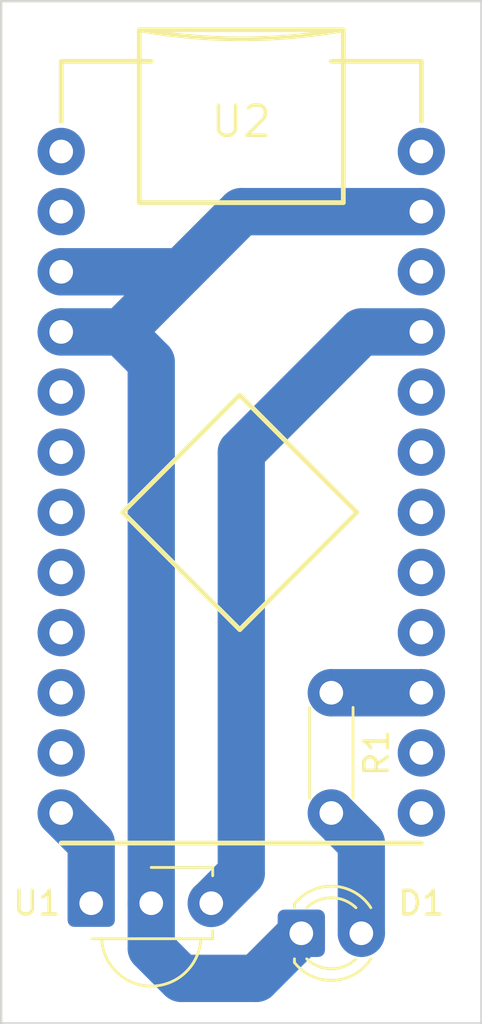
<source format=kicad_pcb>
(kicad_pcb (version 20241229) (generator "pcbnew") (generator_version "9.0")
  (layers (0 "F.Cu" signal) (2 "B.Cu" signal) (13 "F.Paste" user) (15 "B.Paste" user) (5 "F.SilkS" user "F.Silkscreen") (7 "B.SilkS" user "B.Silkscreen") (1 "F.Mask" user) (3 "B.Mask" user) (25 "Edge.Cuts" user))
  (net 0 "")
  (net 1 "GND")
  (net 2 "Net-(D1-A)")
  (net 3 "Net-(U1-OUT)")
  (net 4 "+5V")
  (net 11 "Net-(U2-D14)")
  (footprint "Custom:Arduino_Pro_Micro" (layer "F.Cu") (at 149.86 93.98)
    (property "Reference" "U2" (at 0 -13.97 180) (layer "F.SilkS") (effects (font (size 1.27 1.27))))
    (property "Value" "Arduino_Pro_Micro")
    (fp_line (start -7.62 -16.51) (end -7.62 -13.97) (stroke (width 0.2032)) (layer "F.SilkS"))
    (fp_line (start -5.0165 2.54) (end -0.0635 7.493) (stroke (width 0.2032)) (layer "F.SilkS"))
    (fp_line (start -4.318 -17.8435) (end 4.318 -17.8435) (stroke (width 0.2032)) (layer "F.SilkS"))
    (fp_line (start -4.318 -10.541) (end -4.318 -17.8435) (stroke (width 0.2032)) (layer "F.SilkS"))
    (fp_line (start -3.81 -16.51) (end -7.62 -16.51) (stroke (width 0.2032)) (layer "F.SilkS"))
    (fp_line (start -0.0635 -2.413) (end -5.0165 2.54) (stroke (width 0.2032)) (layer "F.SilkS"))
    (fp_line (start -0.0635 7.493) (end 4.8895 2.54) (stroke (width 0.2032)) (layer "F.SilkS"))
    (fp_line (start 3.81 -16.51) (end 7.62 -16.51) (stroke (width 0.2032)) (layer "F.SilkS"))
    (fp_line (start 4.318 -17.8435) (end 4.318 -10.541) (stroke (width 0.2032)) (layer "F.SilkS"))
    (fp_line (start 4.318 -10.541) (end -4.318 -10.541) (stroke (width 0.2032)) (layer "F.SilkS"))
    (fp_line (start 4.8895 2.54) (end -0.0635 -2.413) (stroke (width 0.2032)) (layer "F.SilkS"))
    (fp_line (start 7.62 -16.51) (end 7.62 -13.97) (stroke (width 0.2032)) (layer "F.SilkS"))
    (fp_line (start 7.62 16.51) (end -7.62 16.51) (stroke (width 0.2032)) (layer "F.SilkS"))
    (fp_arc (start 4.318 -17.8435) (mid 0 -17.460445) (end -4.318 -17.8435) (stroke (width 0.2032)) (layer "F.SilkS"))
    (pad "1" thru_hole circle (at -7.62 -12.7) (size 2 2) (drill 1) (layers "*.Cu" "*.Mask"))
    (pad "2" thru_hole circle (at -7.62 -10.16) (size 2 2) (drill 1) (layers "*.Cu" "*.Mask"))
    (pad "3" thru_hole circle (at -7.62 -7.62) (size 2 2) (drill 1) (layers "*.Cu" "*.Mask") (net 1 "GND"))
    (pad "4" thru_hole circle (at -7.62 -5.08) (size 2 2) (drill 1) (layers "*.Cu" "*.Mask") (net 1 "GND"))
    (pad "5" thru_hole circle (at -7.62 -2.54) (size 2 2) (drill 1) (layers "*.Cu" "*.Mask"))
    (pad "6" thru_hole circle (at -7.62 0) (size 2 2) (drill 1) (layers "*.Cu" "*.Mask"))
    (pad "7" thru_hole circle (at -7.62 2.54) (size 2 2) (drill 1) (layers "*.Cu" "*.Mask"))
    (pad "8" thru_hole circle (at -7.62 5.08) (size 2 2) (drill 1) (layers "*.Cu" "*.Mask"))
    (pad "9" thru_hole circle (at -7.62 7.62) (size 2 2) (drill 1) (layers "*.Cu" "*.Mask"))
    (pad "10" thru_hole circle (at -7.62 10.16) (size 2 2) (drill 1) (layers "*.Cu" "*.Mask"))
    (pad "11" thru_hole circle (at -7.62 12.7) (size 2 2) (drill 1) (layers "*.Cu" "*.Mask"))
    (pad "12" thru_hole circle (at -7.62 15.24) (size 2 2) (drill 1) (layers "*.Cu" "*.Mask") (net 3 "Net-(U1-OUT)"))
    (pad "13" thru_hole circle (at 7.62 15.24) (size 2 2) (drill 1) (layers "*.Cu" "*.Mask"))
    (pad "14" thru_hole circle (at 7.62 12.7) (size 2 2) (drill 1) (layers "*.Cu" "*.Mask"))
    (pad "15" thru_hole circle (at 7.62 10.16) (size 2 2) (drill 1) (layers "*.Cu" "*.Mask") (net 11 "Net-(U2-D14)"))
    (pad "16" thru_hole circle (at 7.62 7.62) (size 2 2) (drill 1) (layers "*.Cu" "*.Mask"))
    (pad "17" thru_hole circle (at 7.62 5.08) (size 2 2) (drill 1) (layers "*.Cu" "*.Mask"))
    (pad "18" thru_hole circle (at 7.62 2.54) (size 2 2) (drill 1) (layers "*.Cu" "*.Mask"))
    (pad "19" thru_hole circle (at 7.62 0) (size 2 2) (drill 1) (layers "*.Cu" "*.Mask"))
    (pad "20" thru_hole circle (at 7.62 -2.54) (size 2 2) (drill 1) (layers "*.Cu" "*.Mask"))
    (pad "21" thru_hole circle (at 7.62 -5.08) (size 2 2) (drill 1) (layers "*.Cu" "*.Mask") (net 4 "+5V"))
    (pad "22" thru_hole circle (at 7.62 -7.62) (size 2 2) (drill 1) (layers "*.Cu" "*.Mask"))
    (pad "23" thru_hole circle (at 7.62 -10.16) (size 2 2) (drill 1) (layers "*.Cu" "*.Mask") (net 1 "GND"))
    (pad "24" thru_hole circle (at 7.62 -12.7) (size 2 2) (drill 1) (layers "*.Cu" "*.Mask"))
  )
  (footprint "OptoDevice:Vishay_MINICAST-3Pin" (layer "F.Cu") (at 143.51 113.03)
    (property "Reference" "U1" (at -2.3 0 180) (layer "F.SilkS"))
    (property "Value" "VS1838B")
    (fp_line (start 5.14 -1.51) (end 2.54 -1.51) (stroke (width 0.12)) (layer "F.SilkS"))
    (fp_line (start 5.14 -1.16) (end 5.14 -1.51) (stroke (width 0.12)) (layer "F.SilkS"))
    (fp_line (start 5.14 1.16) (end 5.14 1.5) (stroke (width 0.12)) (layer "F.SilkS"))
    (fp_line (start 5.14 1.5) (end 0.05 1.5) (stroke (width 0.12)) (layer "F.SilkS"))
    (fp_arc (start 4.64 1.5) (mid 2.540869 3.502379) (end 0.440083 1.501736) (stroke (width 0.12)) (layer "F.SilkS"))
    (pad "1" thru_hole roundrect (at 0 0) (size 2 2) (drill 1) (layers "*.Cu" "*.Mask") (roundrect_rratio 0.139) (net 3 "Net-(U1-OUT)"))
    (pad "2" thru_hole circle (at 2.54 0) (size 2 2) (drill 1) (layers "*.Cu" "*.Mask") (net 1 "GND"))
    (pad "3" thru_hole circle (at 5.08 0) (size 2 2) (drill 1) (layers "*.Cu" "*.Mask") (net 4 "+5V"))
  )
  (footprint "LED_THT:LED_D3.0mm" (layer "F.Cu") (at 152.4 114.3)
    (property "Reference" "D1" (at 5.08 -1.27 180) (layer "F.SilkS"))
    (property "Value" "LED" (hide yes))
    (fp_line (start -0.29 -1.236) (end -0.29 -1.08) (stroke (width 0.12)) (layer "F.SilkS"))
    (fp_line (start -0.29 1.08) (end -0.29 1.236) (stroke (width 0.12)) (layer "F.SilkS"))
    (fp_arc (start -0.29 -1.235516) (mid 1.36566 -1.987699) (end 2.941437 -1.08) (stroke (width 0.12)) (layer "F.SilkS"))
    (fp_arc (start 0.229039 -1.08) (mid 1.27 -1.5) (end 2.310961 -1.08) (stroke (width 0.12)) (layer "F.SilkS"))
    (fp_arc (start 2.310961 1.08) (mid 1.27 1.5) (end 0.229039 1.08) (stroke (width 0.12)) (layer "F.SilkS"))
    (fp_arc (start 2.941437 1.08) (mid 1.36566 1.987699) (end -0.29 1.235516) (stroke (width 0.12)) (layer "F.SilkS"))
    (pad "1" thru_hole roundrect (at 0 0) (size 2 2) (drill 1) (layers "*.Cu" "*.Mask") (roundrect_rratio 0.1388888889) (net 1 "GND"))
    (pad "2" thru_hole circle (at 2.54 0) (size 2 2) (drill 1) (layers "*.Cu" "*.Mask") (net 2 "Net-(D1-A)"))
  )
  (footprint "Resistor_THT:R_Axial_DIN0204_L3.6mm_D1.6mm_P5.08mm_Horizontal" (layer "F.Cu") (at 153.67 104.14 -90)
    (property "Reference" "R1" (at 2.54 -1.92 270) (layer "F.SilkS"))
    (property "Value" "10K")
    (fp_line (start 0.62 0.92) (end 4.46 0.92) (stroke (width 0.12)) (layer "F.SilkS"))
    (fp_line (start 0.62 -0.92) (end 4.46 -0.92) (stroke (width 0.12)) (layer "F.SilkS"))
    (pad "1" thru_hole circle (at 0 0 270) (size 2 2) (drill 1) (layers "*.Cu" "*.Mask") (net 11 "Net-(U2-D14)"))
    (pad "2" thru_hole circle (at 5.08 0 270) (size 2 2) (drill 1) (layers "*.Cu" "*.Mask") (net 2 "Net-(D1-A)"))
  )
  (gr_line (start 139.7 118.11) (end 160.02 118.11) (stroke (width 0.1)) (layer "Edge.Cuts"))
  (gr_line (start 139.7 74.93) (end 139.7 118.11) (stroke (width 0.1)) (layer "Edge.Cuts"))
  (gr_line (start 160.02 118.11) (end 160.02 74.93) (stroke (width 0.1)) (layer "Edge.Cuts"))
  (gr_line (start 160.02 74.93) (end 139.7 74.93) (stroke (width 0.1)) (layer "Edge.Cuts"))
  (segment (start 147.32 116.205) (end 150.495 116.205) (width 2) (layer "B.Cu") (net 1))
  (segment (start 150.495 116.205) (end 152.4 114.3) (width 2) (layer "B.Cu") (net 1))
  (segment (start 147.32 86.36) (end 144.78 88.9) (width 2) (layer "B.Cu") (net 1))
  (segment (start 157.48 83.82) (end 149.86 83.82) (width 2) (layer "B.Cu") (net 1))
  (segment (start 149.86 83.82) (end 147.32 86.36) (width 2) (layer "B.Cu") (net 1))
  (segment (start 142.24 86.36) (end 147.32 86.36) (width 2) (layer "B.Cu") (net 1))
  (segment (start 146.05 113.03) (end 146.05 90.17) (width 2) (layer "B.Cu") (net 1))
  (segment (start 146.05 113.03) (end 146.05 114.935) (width 2) (layer "B.Cu") (net 1))
  (segment (start 146.05 90.17) (end 144.78 88.9) (width 2) (layer "B.Cu") (net 1))
  (segment (start 144.78 88.9) (end 142.24 88.9) (width 2) (layer "B.Cu") (net 1))
  (segment (start 146.05 114.935) (end 147.32 116.205) (width 2) (layer "B.Cu") (net 1))
  (segment (start 154.94 110.49) (end 154.94 114.3) (width 2) (layer "B.Cu") (net 2))
  (segment (start 153.67 109.22) (end 154.94 110.49) (width 2) (layer "B.Cu") (net 2))
  (segment (start 143.51 110.49) (end 142.24 109.22) (width 2) (layer "B.Cu") (net 3))
  (segment (start 143.51 113.03) (end 143.51 110.49) (width 2) (layer "B.Cu") (net 3))
  (segment (start 149.86 111.77) (end 148.59 113.04) (width 2) (layer "B.Cu") (net 4))
  (segment (start 157.48 88.9) (end 154.94 88.9) (width 2) (layer "B.Cu") (net 4))
  (segment (start 154.94 88.9) (end 149.86 93.98) (width 2) (layer "B.Cu") (net 4))
  (segment (start 149.86 93.98) (end 149.86 111.77) (width 2) (layer "B.Cu") (net 4))
  (segment (start 157.48 104.14) (end 153.67 104.14) (width 2) (layer "B.Cu") (net 11))
)
</source>
